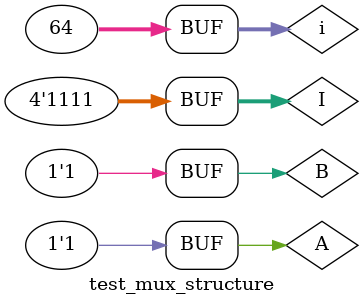
<source format=v>
`timescale 1ns / 1ps


module test_mux_structure;

	// Inputs
	reg [3:0] I;
	reg A;
	reg B;

	// Outputs
	wire Y;

	integer i;

	// Instantiate the Unit Under Test (UUT)
	mux_4_to_1_dataflow uut (
		.I(I),
		.A(A),
		.B(B),
		.Y(Y)
	);

	initial begin
		for (i = 0; i < 64; i = i + 1) begin
			I[0] = i & 1;
			I[1] = (i >> 1) & 1;
			I[2] = (i >> 2) & 1;
			I[3] = (i >> 3) & 1;
			B = (i >> 4) & 1;
			A = (i >> 5) & 1;
			#10;
      end

	end

endmodule

</source>
